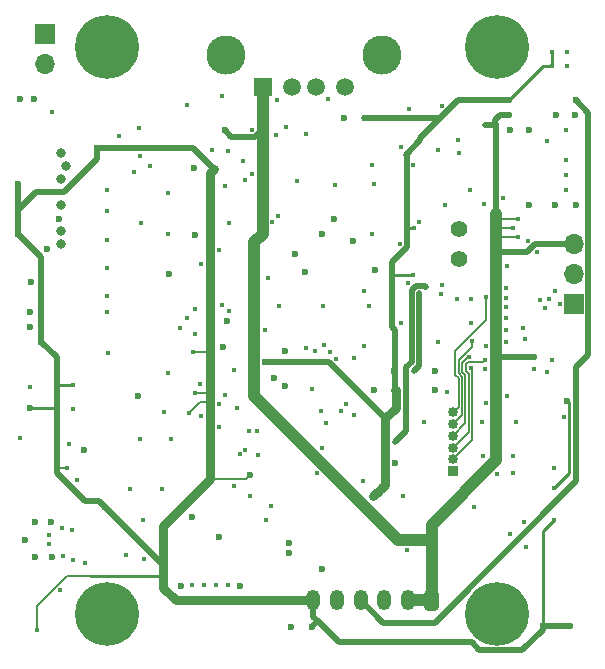
<source format=gbr>
%TF.GenerationSoftware,KiCad,Pcbnew,(5.1.6)-1*%
%TF.CreationDate,2020-12-16T03:56:45+01:00*%
%TF.ProjectId,CanSat,43616e53-6174-42e6-9b69-6361645f7063,V1.0*%
%TF.SameCoordinates,Original*%
%TF.FileFunction,Copper,L3,Inr*%
%TF.FilePolarity,Positive*%
%FSLAX46Y46*%
G04 Gerber Fmt 4.6, Leading zero omitted, Abs format (unit mm)*
G04 Created by KiCad (PCBNEW (5.1.6)-1) date 2020-12-16 03:56:45*
%MOMM*%
%LPD*%
G01*
G04 APERTURE LIST*
%TA.AperFunction,ViaPad*%
%ADD10O,1.700000X1.700000*%
%TD*%
%TA.AperFunction,ViaPad*%
%ADD11R,1.700000X1.700000*%
%TD*%
%TA.AperFunction,ViaPad*%
%ADD12C,5.400000*%
%TD*%
%TA.AperFunction,ViaPad*%
%ADD13C,0.800000*%
%TD*%
%TA.AperFunction,ViaPad*%
%ADD14O,1.200000X1.750000*%
%TD*%
%TA.AperFunction,ViaPad*%
%ADD15O,0.850000X0.850000*%
%TD*%
%TA.AperFunction,ViaPad*%
%ADD16R,0.850000X0.850000*%
%TD*%
%TA.AperFunction,ViaPad*%
%ADD17C,1.400000*%
%TD*%
%TA.AperFunction,ViaPad*%
%ADD18R,1.508000X1.508000*%
%TD*%
%TA.AperFunction,ViaPad*%
%ADD19C,1.508000*%
%TD*%
%TA.AperFunction,ViaPad*%
%ADD20C,3.316000*%
%TD*%
%TA.AperFunction,ViaPad*%
%ADD21C,0.450000*%
%TD*%
%TA.AperFunction,ViaPad*%
%ADD22C,0.600000*%
%TD*%
%TA.AperFunction,Conductor*%
%ADD23C,0.508000*%
%TD*%
%TA.AperFunction,Conductor*%
%ADD24C,0.254000*%
%TD*%
%TA.AperFunction,Conductor*%
%ADD25C,1.016000*%
%TD*%
%TA.AperFunction,Conductor*%
%ADD26C,0.200000*%
%TD*%
%TA.AperFunction,Conductor*%
%ADD27C,0.762000*%
%TD*%
G04 APERTURE END LIST*
D10*
%TO.N,GND*%
%TO.C,J6*%
X188277500Y-34925000D03*
D11*
X188277500Y-32385000D03*
%TD*%
%TO.N,GND*%
%TO.C,J10*%
X233045000Y-55245000D03*
D10*
%TO.N,Net-(J10-Pad2)*%
X233045000Y-52705000D03*
%TO.N,+5V*%
X233045000Y-50165000D03*
%TD*%
D12*
%TO.N,GND*%
%TO.C,H3*%
X226500000Y-81500000D03*
D13*
X228525000Y-81500000D03*
X227931891Y-82931891D03*
X226500000Y-83525000D03*
X225068109Y-82931891D03*
X224475000Y-81500000D03*
X225068109Y-80068109D03*
X226500000Y-79475000D03*
X227931891Y-80068109D03*
%TD*%
D14*
%TO.N,+3V3*%
%TO.C,J12*%
X210980000Y-80327500D03*
%TO.N,GND*%
X212980000Y-80327500D03*
%TO.N,VBAT*%
X214980000Y-80327500D03*
%TO.N,GND*%
X216980000Y-80327500D03*
%TO.N,+5V*%
X218980000Y-80327500D03*
%TA.AperFunction,ViaPad*%
G36*
G01*
X221580000Y-79702499D02*
X221580000Y-80952501D01*
G75*
G02*
X221330001Y-81202500I-249999J0D01*
G01*
X220629999Y-81202500D01*
G75*
G02*
X220380000Y-80952501I0J249999D01*
G01*
X220380000Y-79702499D01*
G75*
G02*
X220629999Y-79452500I249999J0D01*
G01*
X221330001Y-79452500D01*
G75*
G02*
X221580000Y-79702499I0J-249999D01*
G01*
G37*
%TD.AperFunction*%
%TD*%
D15*
%TO.N,/RPi CM4/GPIO_4*%
%TO.C,J17*%
X222800000Y-64400000D03*
%TO.N,/RPi CM4/GPIO_5*%
X222800000Y-65400000D03*
%TO.N,/RPi CM4/GPIO_13*%
X222800000Y-66400000D03*
%TO.N,/RPi CM4/GPIO_19*%
X222800000Y-67400000D03*
%TO.N,/RPi CM4/GPIO_26*%
X222800000Y-68400000D03*
D16*
%TO.N,GND*%
X222800000Y-69400000D03*
%TD*%
D17*
%TO.N,/RPi CM4/nRPI_BOOT*%
%TO.C,JP4*%
X223266000Y-48895000D03*
%TO.N,GND*%
X223266000Y-51435000D03*
%TD*%
D18*
%TO.N,+5V*%
%TO.C,P1*%
X206685000Y-36830000D03*
D19*
%TO.N,/RPi CM4/CONN_USB-*%
X209185000Y-36830000D03*
%TO.N,/RPi CM4/CONN_USB+*%
X211185000Y-36830000D03*
%TO.N,GND*%
X213685000Y-36830000D03*
D20*
%TO.N,N/C*%
X203615000Y-34120000D03*
X216755000Y-34120000D03*
%TD*%
D12*
%TO.N,GND*%
%TO.C,H1*%
X193500000Y-33500000D03*
D13*
X195525000Y-33500000D03*
X194931891Y-34931891D03*
X193500000Y-35525000D03*
X192068109Y-34931891D03*
X191475000Y-33500000D03*
X192068109Y-32068109D03*
X193500000Y-31475000D03*
X194931891Y-32068109D03*
%TD*%
%TO.N,GND*%
%TO.C,H2*%
X227931891Y-32068109D03*
X226500000Y-31475000D03*
X225068109Y-32068109D03*
X224475000Y-33500000D03*
X225068109Y-34931891D03*
X226500000Y-35525000D03*
X227931891Y-34931891D03*
X228525000Y-33500000D03*
D12*
X226500000Y-33500000D03*
%TD*%
D13*
%TO.N,GND*%
%TO.C,H4*%
X194931891Y-80068109D03*
X193500000Y-79475000D03*
X192068109Y-80068109D03*
X191475000Y-81500000D03*
X192068109Y-82931891D03*
X193500000Y-83525000D03*
X194931891Y-82931891D03*
X195525000Y-81500000D03*
D12*
X193500000Y-81500000D03*
%TD*%
D21*
%TO.N,GND*%
X200977500Y-57785000D03*
X203009500Y-65659000D03*
X228803200Y-73710800D03*
D22*
X199771000Y-79121000D03*
D21*
X190627000Y-64135000D03*
D22*
X200660000Y-73279000D03*
D21*
X223202500Y-41338500D03*
X221551500Y-42227500D03*
D22*
X198755000Y-52705000D03*
X213550500Y-39497000D03*
D21*
X202374500Y-42164000D03*
D22*
X188404500Y-50609500D03*
X200850500Y-43688000D03*
X200914000Y-49403000D03*
X187325000Y-37846000D03*
X186118500Y-37846000D03*
X187071000Y-53340000D03*
X187007500Y-57150000D03*
X187007500Y-55880000D03*
X214312500Y-49911000D03*
X216154000Y-52324000D03*
X211709000Y-49339500D03*
X212725000Y-48069500D03*
X210248500Y-52514500D03*
X209423000Y-50990500D03*
D21*
X209613500Y-44831000D03*
X205803500Y-44259500D03*
D22*
X208597500Y-62166500D03*
X207645000Y-61531500D03*
X208915000Y-76327000D03*
X208915000Y-75501500D03*
X191579500Y-67564000D03*
D21*
X189547500Y-79438500D03*
D22*
X216090500Y-62484000D03*
X221234000Y-62484000D03*
X221234000Y-60896500D03*
D21*
X218376500Y-56832500D03*
X218376500Y-41910000D03*
X219900500Y-48260000D03*
D22*
X188849000Y-76644500D03*
X187388500Y-76644500D03*
X186563000Y-75184000D03*
X188785500Y-73660000D03*
X187388500Y-73660000D03*
D21*
X232410000Y-35052000D03*
X218884500Y-76073000D03*
D22*
X231457500Y-46863000D03*
X229235000Y-46863000D03*
X233172000Y-46863000D03*
X233108500Y-39243000D03*
X231521000Y-39243000D03*
X229235000Y-40513000D03*
X227584000Y-40513000D03*
X189420500Y-48006000D03*
D21*
X205740000Y-40513000D03*
X219075000Y-38735000D03*
X221869000Y-38481000D03*
X189674500Y-74231500D03*
X188595000Y-74803000D03*
X188595000Y-75565000D03*
X190500000Y-74358500D03*
X191643000Y-77152500D03*
X190627000Y-76898500D03*
X189738000Y-76581000D03*
D22*
X217868500Y-68679000D03*
X208597500Y-59182000D03*
D21*
X193484500Y-45593000D03*
X193484500Y-47371000D03*
X193484500Y-49784000D03*
X193484500Y-52197000D03*
X193484500Y-54546500D03*
X193548000Y-59372500D03*
D22*
X203644500Y-56642000D03*
X203327000Y-58864500D03*
D21*
X193484500Y-55880000D03*
X219011500Y-53467000D03*
X227393500Y-52006500D03*
X225552000Y-58801000D03*
X225488500Y-60769500D03*
X229616000Y-60722000D03*
X225234500Y-65214500D03*
X228122600Y-65201538D03*
X225552000Y-63627000D03*
X224345500Y-56832500D03*
X224218500Y-45593000D03*
X194500000Y-41000000D03*
X224293142Y-54800105D03*
X227330000Y-62992000D03*
X227266500Y-58420000D03*
X231330500Y-69088000D03*
X190309500Y-67056000D03*
X186118500Y-66611500D03*
X206311500Y-68008500D03*
X204216000Y-70675500D03*
D22*
X196151500Y-62992000D03*
D21*
X201358500Y-62039500D03*
X202945999Y-63690500D03*
X196278500Y-66675000D03*
X198945500Y-66675000D03*
X198310500Y-64389000D03*
X198691500Y-61087000D03*
X204279500Y-60833000D03*
X204470000Y-64071500D03*
X195453000Y-70866000D03*
X196532500Y-73533000D03*
X198120000Y-70929500D03*
X195072000Y-76454000D03*
X196659500Y-76835000D03*
X208076800Y-55372000D03*
X211785200Y-55372000D03*
X215646000Y-55372000D03*
X216103200Y-45110400D03*
X212801200Y-45161200D03*
X198628000Y-49276000D03*
X198678800Y-45872400D03*
X196342000Y-48361600D03*
X195783200Y-44094400D03*
X196240400Y-40335200D03*
X200304400Y-38404800D03*
X203200000Y-37592000D03*
X212191600Y-37896800D03*
X205028800Y-43129200D03*
X207924400Y-37998400D03*
X188823600Y-39014400D03*
X218592400Y-71526400D03*
X215188800Y-70205600D03*
X220370400Y-65227200D03*
X222148400Y-46837600D03*
X223266000Y-42468800D03*
%TO.N,Net-(C1-Pad1)*%
X190944500Y-70104000D03*
D22*
%TO.N,+5V*%
X203454000Y-40513000D03*
D21*
X225488500Y-40068500D03*
X228282500Y-49530000D03*
X227838000Y-48768000D03*
X228282500Y-48006000D03*
D22*
X229616000Y-59690000D03*
X227520500Y-39243000D03*
D21*
%TO.N,+3V3*%
X190627000Y-62103000D03*
X190119000Y-69088000D03*
D22*
X210883500Y-82550000D03*
X205613000Y-69723000D03*
D21*
X231140000Y-33909000D03*
X231140000Y-35052000D03*
D22*
X227520500Y-37973000D03*
X192659000Y-42037000D03*
X189420500Y-45783500D03*
X186944000Y-64008000D03*
X187896500Y-58420000D03*
X192532000Y-71945500D03*
D21*
X202565000Y-43815000D03*
X217805000Y-59309000D03*
X206852000Y-57459000D03*
D22*
X217932000Y-64008000D03*
X217868500Y-62484000D03*
X206883000Y-60134500D03*
X185967000Y-45109500D03*
X185967000Y-49333000D03*
X216789000Y-70739000D03*
X216058750Y-71532750D03*
X217822750Y-60878750D03*
D21*
X218821000Y-42608500D03*
X217868500Y-57404000D03*
X187579000Y-82804000D03*
X219456000Y-48831500D03*
X219392500Y-52768500D03*
D22*
X215328500Y-39497000D03*
X232473500Y-63436500D03*
X232664000Y-82486500D03*
X230378000Y-82486500D03*
D21*
X220095247Y-41095247D03*
X222250000Y-62674500D03*
D22*
X211716901Y-77716099D03*
X193294000Y-72390000D03*
D21*
X231330500Y-70802500D03*
X231330500Y-73533000D03*
X200977500Y-62738000D03*
X200469500Y-64452500D03*
X200787000Y-59281000D03*
%TO.N,Net-(C7-Pad1)*%
X205177000Y-44784000D03*
%TO.N,/STM32 MCU/OSC_IN*%
X215900000Y-49276000D03*
%TO.N,/STM32 MCU/VDDA*%
X219900500Y-54292500D03*
X219456000Y-60896500D03*
%TO.N,/STM32 MCU/VREF*%
X220472000Y-53784500D03*
X217900250Y-66960750D03*
D22*
%TO.N,Net-(F1-Pad1)*%
X204787500Y-79121000D03*
X209105500Y-82550000D03*
D21*
%TO.N,Net-(J1-Pad5)*%
X225298000Y-68135500D03*
%TO.N,Net-(J1-Pad6)*%
X227838000Y-68135500D03*
%TO.N,/Peripherals and Connectors/DS_EXTERNAL*%
X186944000Y-62244000D03*
X205613000Y-71487000D03*
D22*
X203009500Y-74993500D03*
D21*
X210820000Y-62420500D03*
%TO.N,Net-(J4-Pad2)*%
X203771500Y-79057500D03*
%TO.N,Net-(J4-Pad3)*%
X202755500Y-79057500D03*
%TO.N,Net-(J4-Pad4)*%
X201739500Y-79057500D03*
D22*
%TO.N,VBAT*%
X233172000Y-37973000D03*
D21*
%TO.N,/Peripherals and Connectors/MISO*%
X230554699Y-55562500D03*
X232328000Y-40513000D03*
X227325456Y-56424231D03*
%TO.N,/Peripherals and Connectors/MOSI*%
X227262900Y-55499000D03*
X230140799Y-54869777D03*
X230759000Y-41402000D03*
%TO.N,/Peripherals and Connectors/SDA*%
X229933569Y-50800069D03*
X231172900Y-59944000D03*
X229013000Y-75779000D03*
X226504500Y-69596000D03*
X206946500Y-73533000D03*
X201485500Y-64706500D03*
%TO.N,/Peripherals and Connectors/CLK*%
X232328000Y-43053000D03*
X230968599Y-54832237D03*
X227266500Y-57404000D03*
%TO.N,/Peripherals and Connectors/SCL*%
X229108000Y-49911000D03*
X230759000Y-60960000D03*
X227584000Y-74739500D03*
X227838000Y-69585500D03*
X224536000Y-72453500D03*
X207391000Y-72326500D03*
X203517500Y-62928500D03*
%TO.N,/RPi CM4/CE0*%
X232328000Y-44323000D03*
X231394000Y-54102000D03*
X228727000Y-57246400D03*
%TO.N,/RPi CM4/CE1*%
X232328000Y-45593000D03*
X228854000Y-58229500D03*
X231838500Y-55245000D03*
%TO.N,/Power/PWR_CRITICAL*%
X213296500Y-64262000D03*
X211836000Y-58737500D03*
%TO.N,/Power/PWR_WARN*%
X213741000Y-63690500D03*
X212407500Y-59309000D03*
%TO.N,/Power/PWR_VALID*%
X214376000Y-64643000D03*
X212852000Y-59880500D03*
D13*
%TO.N,/STM32 MCU/SD_DAT1*%
X189611000Y-50165000D03*
D21*
X202946000Y-50673000D03*
X203835000Y-48387000D03*
D13*
%TO.N,/STM32 MCU/SD_DAT0*%
X189611000Y-49085500D03*
%TO.N,/STM32 MCU/SD_CLK*%
X189611000Y-46863000D03*
%TO.N,/STM32 MCU/SD_CMD*%
X189611000Y-44640500D03*
D21*
X210312000Y-40830500D03*
D13*
%TO.N,/STM32 MCU/SD_DAT3*%
X190055500Y-43561000D03*
D21*
X208661000Y-40259000D03*
D13*
%TO.N,/STM32 MCU/SD_DAT2*%
X189611000Y-42481500D03*
D21*
X207835500Y-40957500D03*
%TO.N,/RPi CM4/GLOBAL_EN*%
X219448801Y-43493900D03*
%TO.N,/RPi CM4/nRPI_BOOT*%
X227012500Y-46228000D03*
%TO.N,Net-(J15-Pad92)*%
X225415174Y-46796646D03*
%TO.N,/RPi CM4/RPI_TX*%
X227266500Y-53911500D03*
X221869000Y-53657500D03*
X207962500Y-47752000D03*
%TO.N,/RPi CM4/RPI_RX*%
X227266500Y-54737000D03*
X207506900Y-48323500D03*
X221805500Y-54356000D03*
%TO.N,/RPi CM4/GPIO_5*%
X224400000Y-58400000D03*
%TO.N,/RPi CM4/GPIO_13*%
X224155000Y-59753500D03*
%TO.N,/RPi CM4/GPIO_19*%
X225488500Y-60007500D03*
%TO.N,/RPi CM4/GPIO_26*%
X224282000Y-60642500D03*
%TO.N,/RPi CM4/USB-*%
X196301558Y-42700558D03*
%TO.N,/RPi CM4/USB+*%
X197167500Y-43561000D03*
%TO.N,/Peripherals and Connectors/DEPLOY*%
X210375500Y-58928000D03*
%TO.N,/STM32 MCU/SWDIO*%
X201485500Y-51816000D03*
X203454000Y-45275500D03*
%TO.N,/STM32 MCU/SWCLK*%
X203771405Y-42282224D03*
X199707500Y-57277000D03*
%TO.N,/STM32 MCU/NRST*%
X200977500Y-55689500D03*
X215265000Y-54102000D03*
%TO.N,/STM32 MCU/OSC_OUT*%
X218313000Y-50165000D03*
%TO.N,/STM32 MCU/SWO*%
X200279000Y-56388000D03*
X207137000Y-53022500D03*
%TO.N,/STM32 MCU/BOOT0*%
X215963500Y-43434000D03*
%TO.N,Net-(R32-Pad2)*%
X232410000Y-33909000D03*
X232170000Y-64770000D03*
%TO.N,/Peripherals and Connectors/RADIO_MOSI*%
X211671790Y-67437000D03*
X211645500Y-64325500D03*
%TO.N,/Peripherals and Connectors/RADIO_MISO*%
X211264500Y-69532500D03*
X212085690Y-65341500D03*
%TO.N,/Peripherals and Connectors/RADIO_INT*%
X205171061Y-67627500D03*
X206184284Y-65965694D03*
%TO.N,/Peripherals and Connectors/RADIO_RST*%
X204757161Y-67978161D03*
X214438100Y-59817000D03*
X215265900Y-58801000D03*
X205568817Y-65995817D03*
%TO.N,Net-(BZ1-Pad2)*%
X221551500Y-58478500D03*
%TO.N,Net-(J4-Pad5)*%
X200723500Y-79057500D03*
%TO.N,/Peripherals and Connectors/BUTTON*%
X211137500Y-59182000D03*
%TO.N,/Peripherals and Connectors/BUZZER*%
X223139000Y-54828500D03*
%TO.N,/Peripherals and Connectors/ACC_INT1*%
X203200000Y-55308500D03*
%TO.N,/Peripherals and Connectors/ACC_INT2*%
X203835000Y-55816500D03*
%TO.N,/RPi CM4/GPIO_4*%
X225619100Y-54614310D03*
%TD*%
D23*
%TO.N,+5V*%
X229616000Y-59690000D02*
X226441000Y-59690000D01*
D24*
X226822000Y-48006000D02*
X226441000Y-47625000D01*
X226504500Y-48387000D02*
X226441000Y-48323500D01*
D25*
X226441000Y-48323500D02*
X226441000Y-47625000D01*
D24*
X226568000Y-49212500D02*
X226441000Y-49085500D01*
D25*
X226441000Y-49085500D02*
X226441000Y-48323500D01*
D23*
X226441000Y-47625000D02*
X226441000Y-40005000D01*
X226377500Y-40068500D02*
X226441000Y-40005000D01*
X225488500Y-40068500D02*
X226377500Y-40068500D01*
X226377500Y-40068500D02*
X226377500Y-39624000D01*
X226758500Y-39243000D02*
X227520500Y-39243000D01*
X226377500Y-39624000D02*
X226758500Y-39243000D01*
D25*
X206685000Y-36830000D02*
X206685000Y-40241586D01*
D23*
X206685000Y-40408494D02*
X206685000Y-40241586D01*
X206012593Y-41080901D02*
X206685000Y-40408494D01*
X204021901Y-41080901D02*
X206012593Y-41080901D01*
X203454000Y-40513000D02*
X204021901Y-41080901D01*
X229067006Y-50863500D02*
X226441000Y-50863500D01*
X229765506Y-50165000D02*
X229067006Y-50863500D01*
X233045000Y-50165000D02*
X229765506Y-50165000D01*
D25*
X226441000Y-59690000D02*
X226441000Y-50863500D01*
X226441000Y-50863500D02*
X226441000Y-49085500D01*
X207708500Y-64780139D02*
X207708500Y-64770000D01*
X205986099Y-63057738D02*
X207708500Y-64780139D01*
X205986099Y-50030099D02*
X205986099Y-57094401D01*
X206685000Y-40408494D02*
X206685000Y-49331198D01*
X206685000Y-49331198D02*
X205986099Y-50030099D01*
D23*
X227520500Y-39243000D02*
X227520500Y-39243000D01*
D25*
X218980000Y-80327500D02*
X220980000Y-80327500D01*
X226441000Y-68453000D02*
X226441000Y-59690000D01*
X220920099Y-75251099D02*
X220980000Y-75311000D01*
X207708500Y-64780139D02*
X218179460Y-75251099D01*
X220980000Y-80327500D02*
X220980000Y-75311000D01*
X218179460Y-75251099D02*
X220920099Y-75251099D01*
X220980000Y-75311000D02*
X220980000Y-73914000D01*
X205986099Y-57094401D02*
X205986099Y-63057738D01*
D26*
X226758500Y-48006000D02*
X226441000Y-48323500D01*
X228282500Y-48006000D02*
X226758500Y-48006000D01*
X226758500Y-48768000D02*
X226441000Y-49085500D01*
X227838000Y-48768000D02*
X226758500Y-48768000D01*
X226885500Y-49530000D02*
X226441000Y-49085500D01*
X228282500Y-49530000D02*
X226885500Y-49530000D01*
D25*
X220980000Y-73914000D02*
X226441000Y-68453000D01*
D23*
%TO.N,+3V3*%
X212293182Y-60134500D02*
X217049341Y-64890659D01*
X206883000Y-60134500D02*
X212293182Y-60134500D01*
X198247000Y-77343000D02*
X193294000Y-72390000D01*
X189844764Y-45783500D02*
X189420500Y-45783500D01*
X192659000Y-42969264D02*
X189844764Y-45783500D01*
X192659000Y-42037000D02*
X192659000Y-42969264D01*
X187452000Y-45783500D02*
X185967000Y-47268500D01*
X189420500Y-45783500D02*
X187452000Y-45783500D01*
X185967000Y-45109500D02*
X185967000Y-47268500D01*
X185967000Y-47268500D02*
X185967000Y-49333000D01*
X187896500Y-51262500D02*
X185967000Y-49333000D01*
X187896500Y-58420000D02*
X187896500Y-51262500D01*
X200787000Y-42037000D02*
X202565000Y-43815000D01*
X192659000Y-42037000D02*
X200787000Y-42037000D01*
D27*
X202565000Y-43815000D02*
X202251099Y-44128901D01*
X198247000Y-74041000D02*
X198247000Y-77343000D01*
X202251099Y-70036901D02*
X198247000Y-74041000D01*
D23*
X227520500Y-37973000D02*
X223217494Y-37973000D01*
D27*
X199326500Y-80327500D02*
X198247000Y-79248000D01*
X210980000Y-80327500D02*
X199326500Y-80327500D01*
X216058750Y-71532750D02*
X216535000Y-71056500D01*
X217049341Y-70542159D02*
X216058750Y-71532750D01*
X217049341Y-68332341D02*
X217049341Y-70542159D01*
X217049341Y-64890659D02*
X217932000Y-64008000D01*
X217049341Y-68332341D02*
X217049341Y-64890659D01*
X217932000Y-62547500D02*
X217868500Y-62484000D01*
X217932000Y-64008000D02*
X217932000Y-62547500D01*
D23*
X210980000Y-80327500D02*
X210980000Y-81710500D01*
D24*
X231140000Y-33909000D02*
X231140000Y-35052000D01*
X230441500Y-35052000D02*
X227520500Y-37973000D01*
X231140000Y-35052000D02*
X230441500Y-35052000D01*
D23*
X221424500Y-39497000D02*
X221558997Y-39631497D01*
X215265000Y-39497000D02*
X215328500Y-39497000D01*
X223217494Y-37973000D02*
X221558997Y-39631497D01*
X221558997Y-39631497D02*
X220095247Y-41095247D01*
X220042494Y-41387006D02*
X218821000Y-42608500D01*
X220042494Y-41148000D02*
X220042494Y-41387006D01*
X217868500Y-57404000D02*
X217868500Y-62484000D01*
X218821000Y-42608500D02*
X218880901Y-42604901D01*
X217643501Y-51674993D02*
X218880901Y-50437593D01*
X217868500Y-57404000D02*
X217643501Y-57179001D01*
D26*
X205299099Y-70036901D02*
X205613000Y-69723000D01*
X202251099Y-70036901D02*
X205299099Y-70036901D01*
D24*
X198179901Y-78291901D02*
X198247000Y-78359000D01*
X192091099Y-78291901D02*
X198179901Y-78291901D01*
D27*
X198247000Y-79248000D02*
X198247000Y-78359000D01*
X198247000Y-78359000D02*
X198247000Y-77343000D01*
D24*
X218880901Y-48827901D02*
X219452401Y-48827901D01*
X219452401Y-48827901D02*
X219456000Y-48831500D01*
D23*
X218880901Y-48827901D02*
X218880901Y-50437593D01*
X218880901Y-42604901D02*
X218880901Y-48827901D01*
D24*
X217736002Y-52768500D02*
X217643501Y-52675999D01*
D23*
X217643501Y-57179001D02*
X217643501Y-52675999D01*
D24*
X219392500Y-52768500D02*
X217736002Y-52768500D01*
D23*
X217643501Y-52675999D02*
X217643501Y-51674993D01*
X215328500Y-39497000D02*
X221424500Y-39497000D01*
D24*
X230378000Y-79651534D02*
X230378000Y-82486500D01*
D23*
X230378000Y-82804000D02*
X230378000Y-82486500D01*
X232664000Y-82486500D02*
X230378000Y-82486500D01*
X228639099Y-84542901D02*
X230378000Y-82804000D01*
X225039407Y-84542901D02*
X228639099Y-84542901D01*
X224380006Y-83883500D02*
X225039407Y-84542901D01*
X213153000Y-83883500D02*
X224380006Y-83883500D01*
X220095247Y-41095247D02*
X220042494Y-41148000D01*
D26*
X187579000Y-80794426D02*
X187579000Y-82804000D01*
X190081525Y-78291901D02*
X187579000Y-80794426D01*
X192091099Y-78291901D02*
X190081525Y-78291901D01*
D23*
X211319750Y-82113750D02*
X211383250Y-82113750D01*
X210883500Y-82550000D02*
X211319750Y-82113750D01*
X210980000Y-81710500D02*
X211383250Y-82113750D01*
X211383250Y-82113750D02*
X213153000Y-83883500D01*
D26*
X190119000Y-69088000D02*
X189357000Y-69088000D01*
X189357000Y-69088000D02*
X189230000Y-69215000D01*
D23*
X192849500Y-71945500D02*
X193294000Y-72390000D01*
X191643000Y-71945500D02*
X192849500Y-71945500D01*
X189230000Y-69215000D02*
X189230000Y-69532500D01*
X189230000Y-69532500D02*
X191643000Y-71945500D01*
X189230000Y-59753500D02*
X187896500Y-58420000D01*
X189230000Y-62103000D02*
X189230000Y-59753500D01*
D24*
X189230000Y-62103000D02*
X190627000Y-62103000D01*
X186944000Y-64008000D02*
X189230000Y-64008000D01*
D23*
X189230000Y-69215000D02*
X189230000Y-64008000D01*
X189230000Y-64008000D02*
X189230000Y-62103000D01*
D24*
X232610901Y-63573901D02*
X232473500Y-63436500D01*
X232610901Y-69522099D02*
X232610901Y-63573901D01*
X231330500Y-70802500D02*
X232610901Y-69522099D01*
X230378000Y-79651534D02*
X230378000Y-74485500D01*
X230378000Y-74485500D02*
X231330500Y-73533000D01*
D26*
X202191198Y-62738000D02*
X202251099Y-62797901D01*
X200977500Y-62738000D02*
X202191198Y-62738000D01*
X200469500Y-64452500D02*
X201354901Y-63567099D01*
D27*
X202251099Y-62797901D02*
X202251099Y-63567099D01*
D26*
X201354901Y-63567099D02*
X202251099Y-63567099D01*
D27*
X202251099Y-63567099D02*
X202251099Y-70036901D01*
D26*
X202092198Y-59281000D02*
X202251099Y-59122099D01*
X200787000Y-59281000D02*
X202092198Y-59281000D01*
D27*
X202251099Y-44128901D02*
X202251099Y-59122099D01*
X202251099Y-59122099D02*
X202251099Y-62797901D01*
D23*
%TO.N,/STM32 MCU/VDDA*%
X219900500Y-60452000D02*
X219456000Y-60896500D01*
X219900500Y-54292500D02*
X219900500Y-60452000D01*
%TO.N,/STM32 MCU/VREF*%
X218859091Y-66001909D02*
X217900250Y-66960750D01*
X218859091Y-60604409D02*
X218859091Y-66001909D01*
X220472000Y-53784500D02*
X220383090Y-53695590D01*
X220383090Y-53695590D02*
X219653252Y-53695590D01*
X219303590Y-60159910D02*
X218859091Y-60604409D01*
X219653252Y-53695590D02*
X219303590Y-54045252D01*
X219303590Y-54045252D02*
X219303590Y-60159910D01*
%TO.N,VBAT*%
X234237901Y-39038901D02*
X233172000Y-37973000D01*
X234237901Y-59576599D02*
X234237901Y-39038901D01*
X233235500Y-60579000D02*
X234237901Y-59576599D01*
X214980000Y-80327500D02*
X216885000Y-82232500D01*
X216885000Y-82232500D02*
X221234000Y-82232500D01*
X233235500Y-70231000D02*
X233235500Y-60579000D01*
X221234000Y-82232500D02*
X233235500Y-70231000D01*
D26*
%TO.N,/RPi CM4/GPIO_5*%
X223563901Y-64636099D02*
X222800000Y-65400000D01*
X224400000Y-58400000D02*
X224400000Y-58895926D01*
X224400000Y-58895926D02*
X223290280Y-60005646D01*
X223290280Y-60005646D02*
X223290280Y-61116217D01*
X223290280Y-61116217D02*
X223563901Y-61389840D01*
X223563901Y-61389840D02*
X223563901Y-64636099D01*
%TO.N,/RPi CM4/GPIO_13*%
X224063920Y-59753500D02*
X224155000Y-59753500D01*
X222800000Y-66400000D02*
X223852811Y-65347189D01*
X223852811Y-65347189D02*
X223852811Y-61270170D01*
X223579190Y-60238230D02*
X224063920Y-59753500D01*
X223852811Y-61270170D02*
X223579189Y-60996548D01*
X223579189Y-60996548D02*
X223579190Y-60238230D01*
%TO.N,/RPi CM4/GPIO_19*%
X225328599Y-60167401D02*
X225488500Y-60007500D01*
X224058599Y-60167401D02*
X225328599Y-60167401D01*
X222800000Y-67400000D02*
X224141721Y-66058279D01*
X224141721Y-61150500D02*
X223868099Y-60876878D01*
X223868099Y-60876878D02*
X223868099Y-60357901D01*
X224141721Y-66058279D02*
X224141721Y-61150500D01*
X223868099Y-60357901D02*
X224058599Y-60167401D01*
%TO.N,/RPi CM4/GPIO_26*%
X224430631Y-66769369D02*
X224430631Y-60791131D01*
X224430631Y-60791131D02*
X224282000Y-60642500D01*
X222800000Y-68400000D02*
X224430631Y-66769369D01*
%TO.N,/RPi CM4/GPIO_4*%
X222800000Y-64400000D02*
X223274991Y-63925009D01*
X223274991Y-63925009D02*
X223274991Y-63055500D01*
X223274991Y-63055500D02*
X223274991Y-61595000D01*
X223274991Y-61509509D02*
X223001370Y-61235887D01*
X223274991Y-61595000D02*
X223274991Y-61509509D01*
X223001370Y-61235887D02*
X223001371Y-59885975D01*
X225619100Y-56568326D02*
X225619100Y-54614310D01*
X223001371Y-59885975D02*
X223001371Y-59186055D01*
X223001371Y-59186055D02*
X225619100Y-56568326D01*
%TD*%
M02*

</source>
